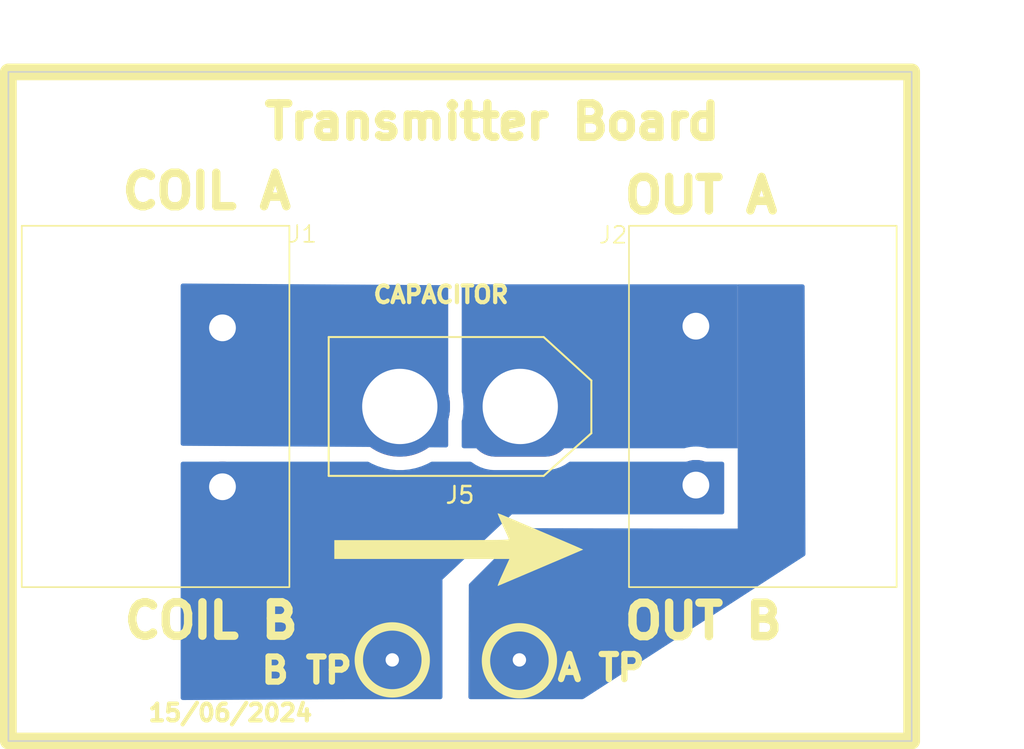
<source format=kicad_pcb>
(kicad_pcb (version 20240108) (generator "pcbnew") (generator_version "8.0")
  (layers (0 "F.Cu" signal) (31 "B.Cu" signal) (34 "B.Paste" user) (35 "F.Paste" user) (36 "B.SilkS" user "B.Silkscreen") (37 "F.SilkS" user "F.Silkscreen") (38 "B.Mask" user) (39 "F.Mask" user) (44 "Edge.Cuts" user))
  (net 0 "")
  (net 1 "/COIL_OUTB")
  (net 2 "/COIL_OUTA")
  (net 3 "/INVERTER_INA")
  (footprint "Connector_AMASS:AMASS_XT60-M_1x02_P7.20mm_Vertical" (layer "F.Cu") (at 159.375965 103.640559 180)
    (property "Reference" "J5" (at 3.6 -5.3 0) (layer "F.SilkS"))
    (property "Value" "CAP PORT")
    (fp_line (start 11.45 4.15) (end 11.45 -4.15) (stroke (width 0.12)) (layer "F.SilkS"))
    (fp_line (start 11.45 -4.15) (end -1.4 -4.15) (stroke (width 0.12)) (layer "F.SilkS"))
    (fp_line (start -1.4 4.15) (end 11.45 4.15) (stroke (width 0.12)) (layer "F.SilkS"))
    (fp_line (start -1.4 -4.15) (end -4.25 -1.6) (stroke (width 0.12)) (layer "F.SilkS"))
    (fp_line (start -4.25 1.55) (end -1.4 4.15) (stroke (width 0.12)) (layer "F.SilkS"))
    (fp_line (start -4.25 -1.6) (end -4.25 1.55) (stroke (width 0.12)) (layer "F.SilkS"))
    (pad "1" thru_hole roundrect (at 0 0 180) (size 6 6) (drill 4.5) (layers "*.Cu" "*.Mask") (net 2 "/COIL_OUTA"))
    (pad "2" thru_hole circle (at 7.2 0 180) (size 6 6) (drill 4.5) (layers "*.Cu" "*.Mask") (net 3 "/INVERTER_INA"))
  )
  (footprint "HB9500:HB9500" (layer "F.Cu") (at 141.575965 98.940559 -90)
    (property "Reference" "J1" (at -5.6 -4.8 0) (layer "F.SilkS") (effects (font (thickness 0.1))))
    (property "Value" "COIL_IN")
    (fp_rect (start -6.1 -4) (end 15.5 12) (stroke (width 0.1)) (fill none) (layer "F.SilkS"))
    (pad "1" thru_hole circle (at 0 0 270) (size 3 3) (drill 1.6) (layers "*.Cu" "*.Mask") (net 3 "/INVERTER_INA"))
    (pad "2" thru_hole circle (at 9.5 0 270) (size 3 3) (drill 1.6) (layers "*.Cu" "*.Mask") (net 1 "/COIL_OUTB"))
  )
  (footprint "MountingHole:MountingHole_3.2mm_M3" (layer "F.Cu") (at 178.775965 119.590559)
    (property "Reference" "H4" (hide yes))
    (property "Value" "MountingHole" (hide yes))
    (pad "" np_thru_hole circle (at 0 0) (size 3.2 3.2) (drill 3.2) (layers "*.Cu" "*.Mask"))
  )
  (footprint "HB9500:HB9500" (layer "F.Cu") (at 169.875965 108.340559 90)
    (property "Reference" "J2" (at 14.95 -4.95 0) (layer "F.SilkS") (effects (font (thickness 0.1))))
    (property "Value" "COIL_OUT")
    (fp_rect (start -6.1 -4) (end 15.5 12) (stroke (width 0.1)) (fill none) (layer "F.SilkS"))
    (pad "1" thru_hole circle (at 0 0 90) (size 3 3) (drill 1.6) (layers "*.Cu" "*.Mask") (net 1 "/COIL_OUTB"))
    (pad "2" thru_hole circle (at 9.5 0 90) (size 3 3) (drill 1.6) (layers "*.Cu" "*.Mask") (net 2 "/COIL_OUTA"))
  )
  (footprint "MountingHole:MountingHole_3.2mm_M3" (layer "F.Cu") (at 132.775965 87.640559)
    (property "Reference" "H3" (hide yes))
    (property "Value" "MountingHole" (hide yes))
    (pad "" np_thru_hole circle (at 0 0) (size 3.2 3.2) (drill 3.2) (layers "*.Cu" "*.Mask"))
  )
  (footprint "LOGO" (layer "F.Cu") (at 155.725965 112.590559)
    (property "Reference" "G***" (hide yes))
    (property "Value" "LOGO" (hide yes))
    (fp_poly (pts (xy 2.341327 -2.554271) (xy 2.444037 -2.518271) (xy 2.590533 -2.46092) (xy 2.732071 -2.402127) (xy 3.514773 -2.069212) (xy 4.228241 -1.765443) (xy 4.871734 -1.491139) (xy 5.444508 -1.246618) (xy 5.945823 -1.032199) (xy 6.374935 -0.8482) (xy 6.731104 -0.694939) (xy 7.013585 -0.572734) (xy 7.221639 -0.481904) (xy 7.354521 -0.422768) (xy 7.411491 -0.395643) (xy 7.413752 -0.393839) (xy 7.375166 -0.376713) (xy 7.267515 -0.330245) (xy 7.098505 -0.257716) (xy 6.875839 -0.162408) (xy 6.607225 -0.047603) (xy 6.300368 0.083417) (xy 5.962973 0.227369) (xy 5.602745 0.380973) (xy 5.22739 0.540945) (xy 4.844614 0.704005) (xy 4.462122 0.86687) (xy 4.08762 1.026257) (xy 3.728812 1.178887) (xy 3.393405 1.321475) (xy 3.089104 1.450741) (xy 2.823615 1.563402) (xy 2.604643 1.656176) (xy 2.439893 1.725782) (xy 2.337072 1.768937) (xy 2.305812 1.78175) (xy 2.302948 1.753828) (xy 2.33076 1.663657) (xy 2.38444 1.524483) (xy 2.459179 1.349548) (xy 2.47811 1.307267) (xy 2.579834 1.082406) (xy 2.685948 0.848667) (xy 2.782999 0.635641) (xy 2.849646 0.490065) (xy 2.99821 0.166831) (xy -2.233736 0.166831) (xy -7.465682 0.166831) (xy -7.465682 -0.396224) (xy -7.465682 -0.959278) (xy -2.252217 -0.959278) (xy -1.461312 -0.959419) (xy -0.750057 -0.959868) (xy -0.114689 -0.960663) (xy 0.448558 -0.961844) (xy 0.943449 -0.963447) (xy 1.373746 -0.965513) (xy 1.743216 -0.968079) (xy 2.055622 -0.971183) (xy 2.314729 -0.974865) (xy 2.524302 -0.979163) (xy 2.688105 -0.984115) (xy 2.809903 -0.989761) (xy 2.893459 -0.996137) (xy 2.942539 -1.003283) (xy 2.960907 -1.011238) (xy 2.961248 -1.012589) (xy 2.944152 -1.073848) (xy 2.898943 -1.187205) (xy 2.834737 -1.330111) (xy 2.822132 -1.356678) (xy 2.713217 -1.587733) (xy 2.606581 -1.820061) (xy 2.507667 -2.041113) (xy 2.421921 -2.23834) (xy 2.354789 -2.399192) (xy 2.311717 -2.511122) (xy 2.298148 -2.561581) (xy 2.298719 -2.562868)) (fill solid) (layer "F.SilkS"))
  )
  (footprint "MountingHole:MountingHole_3.2mm_M3" (layer "F.Cu") (at 132.775965 119.590559)
    (property "Reference" "H1" (hide yes))
    (property "Value" "MountingHole" (hide yes))
    (pad "" np_thru_hole circle (at 0 0) (size 3.2 3.2) (drill 3.2) (layers "*.Cu" "*.Mask"))
  )
  (footprint "MountingHole:MountingHole_3.2mm_M3" (layer "F.Cu") (at 178.775965 87.640559)
    (property "Reference" "H2" (hide yes))
    (property "Value" "MountingHole" (hide yes))
    (pad "" np_thru_hole circle (at 0 0) (size 3.2 3.2) (drill 3.2) (layers "*.Cu" "*.Mask"))
  )
  (gr_rect (start 128.775965 83.640559) (end 182.775965 123.640559) (stroke (width 0.1)) (fill none) (layer "B.Cu"))
  (gr_circle (center 151.725965 118.790559) (end 153.725965 118.790559) (stroke (width 0.5)) (fill none) (layer "F.SilkS"))
  (gr_rect (start 128.775965 83.640559) (end 182.775965 123.640559) (stroke (width 1)) (fill none) (layer "F.SilkS"))
  (gr_circle (center 159.325965 118.840559) (end 161.325965 118.840559) (stroke (width 0.5)) (fill none) (layer "F.SilkS"))
  (gr_rect (start 128.775965 83.640559) (end 182.775965 123.640559) (stroke (width 0.1)) (fill none) (layer "Edge.Cuts"))
  (gr_text "OUT A" (at 165.375965 92.190559 0) (layer "F.SilkS") (effects (font (size 2 2) (thickness 0.5) (bold yes)) (justify left bottom)))
  (gr_text "COIL A" (at 135.350965 91.940559 0) (layer "F.SilkS") (effects (font (size 2 2) (thickness 0.5) (bold yes)) (justify left bottom)))
  (gr_text "15/06/2024" (at 137.025965 122.540559 0) (layer "F.SilkS") (effects (font (size 1 1) (thickness 0.25) (bold yes)) (justify left bottom)))
  (gr_text "COIL B" (at 135.475965 117.615559 0) (layer "F.SilkS") (effects (font (size 2 2) (thickness 0.5) (bold yes)) (justify left bottom)))
  (gr_text "Transmitter Board" (at 143.845012 87.790559 0) (layer "F.SilkS") (effects (font (size 2 2) (thickness 0.5) (bold yes)) (justify left bottom)))
  (gr_text "OUT B" (at 165.375965 117.640559 0) (layer "F.SilkS") (effects (font (size 2 2) (thickness 0.5) (bold yes)) (justify left bottom)))
  (gr_text "CAPACITOR" (at 150.475965 97.540559 0) (layer "F.SilkS") (effects (font (size 1 1) (thickness 0.25) (bold yes)) (justify left bottom)))
  (gr_text "B TP" (at 143.725965 120.290559 0) (layer "F.SilkS") (effects (font (size 1.5 1.5) (thickness 0.375) (bold yes)) (justify left bottom)))
  (gr_text "A TP" (at 161.425965 120.140559 0) (layer "F.SilkS") (effects (font (size 1.5 1.5) (thickness 0.375) (bold yes)) (justify left bottom)))
  (via (at 151.725965 118.790559) (size 2) (drill 0.8) (layers "F.Cu" "B.Cu") (net 1))
  (segment (start 169.775965 108.440559) (end 169.875965 108.340559) (width 3) (layer "B.Cu") (net 1))
  (via (at 159.325965 118.790559) (size 2) (drill 0.8) (layers "F.Cu" "B.Cu") (net 2))
  (segment (start 141.575965 98.940559) (end 147.475965 98.940559) (width 3) (layer "B.Cu") (net 3))
  (segment (start 147.475965 98.940559) (end 152.175965 103.640559) (width 3) (layer "B.Cu") (net 3))
  (zone (net 2) (net_name "/COIL_OUTA") (layer "B.Cu") (priority 1) (connect_pads yes (clearance 0.5)) (min_thickness 0.25) (fill yes (thermal_gap 0.5) (thermal_bridge_width 0.5))
    (polygon (pts (xy 155.875965 106.140559) (xy 166.775965 106.140559) (xy 172.475965 106.140559) (xy 172.575965 96.340559) (xy 155.875965 96.340559)))
  )
  (zone (net 2) (net_name "/COIL_OUTA") (layer "B.Cu") (priority 4) (connect_pads yes (clearance 0.5)) (min_thickness 0.25) (fill yes (thermal_gap 0.5) (thermal_bridge_width 0.5))
    (polygon (pts (xy 156.275965 121.140559) (xy 156.300965 114.265559) (xy 159.650965 110.915559) (xy 170.850965 110.940559) (xy 172.375965 110.940559) (xy 172.375965 96.340559) (xy 176.375965 96.340559) (xy 176.425965 112.540559) (xy 163.125965 121.140559)))
  )
  (zone (net 1) (net_name "/COIL_OUTB") (layer "B.Cu") (priority 2) (connect_pads yes (clearance 0.5)) (min_thickness 0.25) (fill yes (thermal_gap 0.5) (thermal_bridge_width 0.5))
    (polygon (pts (xy 171.775965 106.940559) (xy 171.775965 110.090559) (xy 158.875965 110.090559) (xy 154.725965 113.990559) (xy 154.725965 121.140559) (xy 148.975965 121.140559) (xy 139.075965 121.190559) (xy 139.075965 106.940559)))
  )
  (zone (net 3) (net_name "/INVERTER_INA") (layer "B.Cu") (connect_pads yes (clearance 0.5)) (min_thickness 0.25) (fill yes (thermal_gap 0.5) (thermal_bridge_width 0.5))
    (polygon (pts (xy 139.075965 96.290559) (xy 155.125965 96.390559) (xy 155.175965 106.090559) (xy 139.075965 105.990559)))
  )
)
</source>
